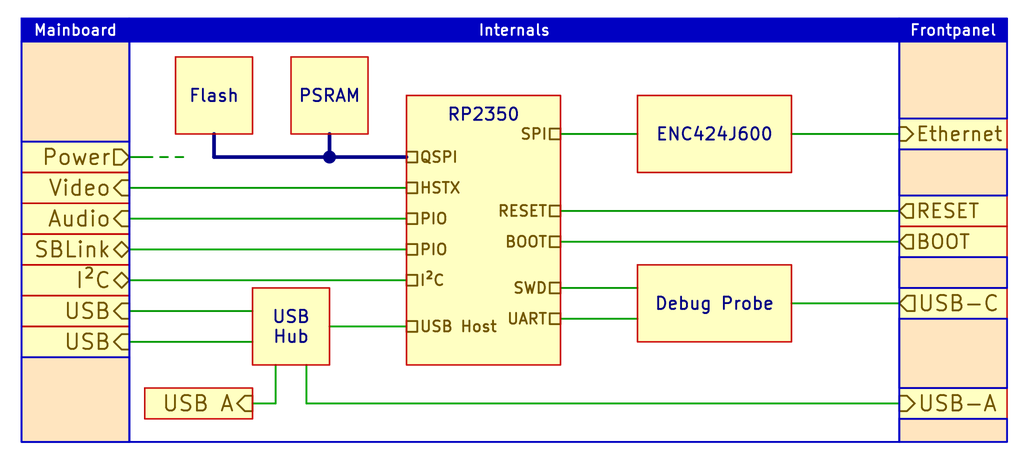
<source format=kicad_sch>
(kicad_sch
	(version 20250114)
	(generator "eeschema")
	(generator_version "9.0")
	(uuid "95f4470f-3861-4106-8d3f-721e556ea4f1")
	(paper "User" 84.455 38.1)
	(lib_symbols)
	(rectangle
		(start 1.778 3.429)
		(end 10.668 11.684)
		(stroke
			(width 0)
			(type solid)
		)
		(fill
			(type color)
			(color 255 229 191 1)
		)
		(uuid 245014bb-2a6e-423b-aeae-b3d4c38a189c)
	)
	(rectangle
		(start 10.668 3.429)
		(end 74.168 36.449)
		(stroke
			(width 0)
			(type default)
		)
		(fill
			(type none)
		)
		(uuid 3526221f-8c42-4fa0-aca4-3779f57cae70)
	)
	(rectangle
		(start 74.168 3.429)
		(end 83.058 9.779)
		(stroke
			(width 0)
			(type solid)
		)
		(fill
			(type color)
			(color 255 229 191 1)
		)
		(uuid 3a05fd8b-19f9-453e-8219-bb76a255cfc4)
	)
	(rectangle
		(start 74.168 26.289)
		(end 83.058 32.004)
		(stroke
			(width 0)
			(type solid)
		)
		(fill
			(type color)
			(color 255 229 191 1)
		)
		(uuid 3af0eef2-217c-4bbe-ad3c-15ed7bc48d44)
	)
	(rectangle
		(start 1.778 29.464)
		(end 10.668 36.449)
		(stroke
			(width 0)
			(type solid)
		)
		(fill
			(type color)
			(color 255 229 191 1)
		)
		(uuid 3b1db022-b6c4-4da3-a862-0358d2c7fcdc)
	)
	(rectangle
		(start 74.168 34.544)
		(end 83.058 36.449)
		(stroke
			(width 0)
			(type solid)
		)
		(fill
			(type color)
			(color 255 229 191 1)
		)
		(uuid 6bf8a77d-d80c-4550-a25d-3c9ab036949c)
	)
	(rectangle
		(start 74.168 21.209)
		(end 83.058 23.749)
		(stroke
			(width 0)
			(type solid)
		)
		(fill
			(type color)
			(color 255 229 191 1)
		)
		(uuid a1ac44ed-d199-49c5-9bdf-6874a05939c5)
	)
	(rectangle
		(start 74.168 12.319)
		(end 83.058 16.129)
		(stroke
			(width 0)
			(type solid)
		)
		(fill
			(type color)
			(color 255 229 191 1)
		)
		(uuid b68e93e7-e828-4e4e-b2bd-29360e704cb1)
	)
	(rectangle
		(start 74.168 1.524)
		(end 74.168 3.429)
		(stroke
			(width 0)
			(type default)
		)
		(fill
			(type none)
		)
		(uuid bf704ce7-f797-4c4c-bc1e-50f4f9e25f9a)
	)
	(rectangle
		(start 10.668 3.429)
		(end 1.778 36.449)
		(stroke
			(width 0)
			(type default)
		)
		(fill
			(type none)
		)
		(uuid eddbce80-a4c6-4f41-bda3-c1becad1e726)
	)
	(text_box "Debug Probe"
		(exclude_from_sim no)
		(at 52.578 21.844 0)
		(size 12.7 6.35)
		(margins 0.9525 0.9525 0.9525 0.9525)
		(stroke
			(width 0.127)
			(type solid)
			(color 194 0 0 1)
		)
		(fill
			(type color)
			(color 255 255 194 1)
		)
		(effects
			(font
				(face "KiCad Font")
				(size 1.016 1.016)
				(color 0 0 132 1)
			)
		)
		(uuid "0089e652-13b0-4f13-8d97-9e3367799535")
	)
	(text_box ""
		(exclude_from_sim no)
		(at 10.668 11.684 0)
		(size -8.89 2.54)
		(margins 0.9525 0.9525 0.9525 0.9525)
		(stroke
			(width 0.127)
			(type solid)
			(color 194 0 0 1)
		)
		(fill
			(type color)
			(color 255 255 194 1)
		)
		(effects
			(font
				(face "KiCad Font")
				(size 1.27 1.27)
				(color 0 0 132 1)
			)
		)
		(uuid "0c28cb8e-a71e-41e2-b3d4-3a42323c6662")
	)
	(text_box "Frontpanel"
		(exclude_from_sim no)
		(at 74.168 1.524 0)
		(size 8.89 1.905)
		(margins 0.9525 0.9525 0.9525 0.9525)
		(stroke
			(width 0)
			(type solid)
			(color 0 0 194 1)
		)
		(fill
			(type color)
			(color 0 0 194 1)
		)
		(effects
			(font
				(size 0.889 0.889)
				(color 255 255 255 1)
			)
		)
		(uuid "0fe3b4dd-92a3-4f23-abbb-d7cc17a388e0")
	)
	(text_box "RP2350"
		(exclude_from_sim no)
		(at 33.528 7.874 0)
		(size 12.7 22.225)
		(margins 0.9525 0.9525 0.9525 0.9525)
		(stroke
			(width 0.127)
			(type solid)
			(color 194 0 0 1)
		)
		(fill
			(type color)
			(color 255 255 194 1)
		)
		(effects
			(font
				(face "KiCad Font")
				(size 1.016 1.016)
				(color 0 0 132 1)
			)
			(justify top)
		)
		(uuid "1347e2cb-b34f-44b6-b8d3-fc5e79eff291")
	)
	(text_box ""
		(exclude_from_sim no)
		(at 10.668 19.304 0)
		(size -8.89 2.54)
		(margins 0.9525 0.9525 0.9525 0.9525)
		(stroke
			(width 0.127)
			(type solid)
			(color 194 0 0 1)
		)
		(fill
			(type color)
			(color 255 255 194 1)
		)
		(effects
			(font
				(face "KiCad Font")
				(size 1.27 1.27)
				(color 0 0 132 1)
			)
		)
		(uuid "1f659964-6dd0-4f79-90a8-85463ef5363f")
	)
	(text_box ""
		(exclude_from_sim no)
		(at 10.668 24.384 0)
		(size -8.89 2.54)
		(margins 0.9525 0.9525 0.9525 0.9525)
		(stroke
			(width 0.127)
			(type solid)
			(color 194 0 0 1)
		)
		(fill
			(type color)
			(color 255 255 194 1)
		)
		(effects
			(font
				(face "KiCad Font")
				(size 1.27 1.27)
				(color 0 0 132 1)
			)
		)
		(uuid "276535e0-03b4-4a22-81e5-70d1c2185db6")
	)
	(text_box ""
		(exclude_from_sim no)
		(at 10.668 16.764 0)
		(size -8.89 2.54)
		(margins 0.9525 0.9525 0.9525 0.9525)
		(stroke
			(width 0.127)
			(type solid)
			(color 194 0 0 1)
		)
		(fill
			(type color)
			(color 255 255 194 1)
		)
		(effects
			(font
				(face "KiCad Font")
				(size 1.27 1.27)
				(color 0 0 132 1)
			)
		)
		(uuid "28496253-153d-4585-9427-896c5732a6a4")
	)
	(text_box "Mainboard"
		(exclude_from_sim no)
		(at 10.668 1.524 0)
		(size -8.89 1.905)
		(margins 0.9525 0.9525 0.9525 0.9525)
		(stroke
			(width 0)
			(type solid)
			(color 0 0 194 1)
		)
		(fill
			(type color)
			(color 0 0 194 1)
		)
		(effects
			(font
				(size 0.889 0.889)
				(color 255 255 255 1)
			)
		)
		(uuid "361a5797-198c-40db-89ff-80ef8d15c608")
	)
	(text_box ""
		(exclude_from_sim no)
		(at 74.168 32.004 0)
		(size 8.89 2.54)
		(margins 0.9525 0.9525 0.9525 0.9525)
		(stroke
			(width 0.127)
			(type solid)
			(color 194 0 0 1)
		)
		(fill
			(type color)
			(color 255 255 194 1)
		)
		(effects
			(font
				(face "KiCad Font")
				(size 1.27 1.27)
				(color 0 0 132 1)
			)
		)
		(uuid "536b40aa-c23f-425f-a90b-bd89d016b62a")
	)
	(text_box "USB Hub"
		(exclude_from_sim no)
		(at 20.828 23.749 0)
		(size 6.35 6.35)
		(margins 0.9525 0.9525 0.9525 0.9525)
		(stroke
			(width 0.127)
			(type solid)
			(color 194 0 0 1)
		)
		(fill
			(type color)
			(color 255 255 194 1)
		)
		(effects
			(font
				(face "KiCad Font")
				(size 1.016 1.016)
				(color 0 0 132 1)
			)
		)
		(uuid "538b5733-56c9-4cde-8b23-a02bbc2a8efb")
	)
	(text_box "Flash"
		(exclude_from_sim no)
		(at 14.478 4.699 0)
		(size 6.35 6.35)
		(margins 0.9525 0.9525 0.9525 0.9525)
		(stroke
			(width 0.127)
			(type solid)
			(color 194 0 0 1)
		)
		(fill
			(type color)
			(color 255 255 194 1)
		)
		(effects
			(font
				(face "KiCad Font")
				(size 1.016 1.016)
				(color 0 0 132 1)
			)
		)
		(uuid "653b6e56-139d-4da5-a2d7-941754e65cff")
	)
	(text_box ""
		(exclude_from_sim no)
		(at 10.668 14.224 0)
		(size -8.89 2.54)
		(margins 0.9525 0.9525 0.9525 0.9525)
		(stroke
			(width 0.127)
			(type solid)
			(color 194 0 0 1)
		)
		(fill
			(type color)
			(color 255 255 194 1)
		)
		(effects
			(font
				(face "KiCad Font")
				(size 1.27 1.27)
				(color 0 0 132 1)
			)
		)
		(uuid "65e31453-452d-40ad-b213-39b9832170ca")
	)
	(text_box ""
		(exclude_from_sim no)
		(at 1.778 26.924 0)
		(size 8.89 2.54)
		(margins 0.9525 0.9525 0.9525 0.9525)
		(stroke
			(width 0.127)
			(type solid)
			(color 194 0 0 1)
		)
		(fill
			(type color)
			(color 255 255 194 1)
		)
		(effects
			(font
				(face "KiCad Font")
				(size 1.27 1.27)
				(color 0 0 132 1)
			)
		)
		(uuid "7147ff39-24e8-4ab8-84f0-bbdca8947a07")
	)
	(text_box "ENC424J600"
		(exclude_from_sim no)
		(at 52.578 7.874 0)
		(size 12.7 6.35)
		(margins 0.9525 0.9525 0.9525 0.9525)
		(stroke
			(width 0.127)
			(type solid)
			(color 194 0 0 1)
		)
		(fill
			(type color)
			(color 255 255 194 1)
		)
		(effects
			(font
				(face "KiCad Font")
				(size 1.016 1.016)
				(color 0 0 132 1)
			)
		)
		(uuid "7e0ffa7f-f530-4cfd-bedc-4b8b7ce262da")
	)
	(text_box ""
		(exclude_from_sim no)
		(at 74.168 23.749 0)
		(size 8.89 2.54)
		(margins 0.9525 0.9525 0.9525 0.9525)
		(stroke
			(width 0.127)
			(type solid)
			(color 194 0 0 1)
		)
		(fill
			(type color)
			(color 255 255 194 1)
		)
		(effects
			(font
				(face "KiCad Font")
				(size 1.27 1.27)
				(color 0 0 132 1)
			)
		)
		(uuid "7e24f33f-53eb-4c8b-86d7-f1dc6222db7b")
	)
	(text_box ""
		(exclude_from_sim no)
		(at 74.168 16.129 0)
		(size 8.89 2.54)
		(margins 0.9525 0.9525 0.9525 0.9525)
		(stroke
			(width 0.127)
			(type solid)
			(color 194 0 0 1)
		)
		(fill
			(type color)
			(color 255 255 194 1)
		)
		(effects
			(font
				(face "KiCad Font")
				(size 1.27 1.27)
				(color 0 0 132 1)
			)
		)
		(uuid "a522b863-0688-4a27-9be7-763b40d3ae34")
	)
	(text_box ""
		(exclude_from_sim no)
		(at 74.168 9.779 0)
		(size 8.89 2.54)
		(margins 0.9525 0.9525 0.9525 0.9525)
		(stroke
			(width 0.127)
			(type solid)
			(color 194 0 0 1)
		)
		(fill
			(type color)
			(color 255 255 194 1)
		)
		(effects
			(font
				(face "KiCad Font")
				(size 1.27 1.27)
				(color 0 0 132 1)
			)
		)
		(uuid "b86fe714-d3c8-4db5-8c2c-f1c7bc557101")
	)
	(text_box ""
		(exclude_from_sim no)
		(at 74.168 18.669 0)
		(size 8.89 2.54)
		(margins 0.9525 0.9525 0.9525 0.9525)
		(stroke
			(width 0.127)
			(type solid)
			(color 194 0 0 1)
		)
		(fill
			(type color)
			(color 255 255 194 1)
		)
		(effects
			(font
				(face "KiCad Font")
				(size 1.27 1.27)
				(color 0 0 132 1)
			)
		)
		(uuid "c6720071-b43e-4f23-81b1-ffe0a1e14752")
	)
	(text_box ""
		(exclude_from_sim no)
		(at 1.778 21.844 0)
		(size 8.89 2.54)
		(margins 0.9525 0.9525 0.9525 0.9525)
		(stroke
			(width 0.127)
			(type solid)
			(color 194 0 0 1)
		)
		(fill
			(type color)
			(color 255 255 194 1)
		)
		(effects
			(font
				(face "KiCad Font")
				(size 1.27 1.27)
				(color 0 0 132 1)
			)
		)
		(uuid "d03c75a3-68c7-48d6-8996-df4588597137")
	)
	(text_box "PSRAM"
		(exclude_from_sim no)
		(at 24.003 4.699 0)
		(size 6.35 6.35)
		(margins 0.9525 0.9525 0.9525 0.9525)
		(stroke
			(width 0.127)
			(type solid)
			(color 194 0 0 1)
		)
		(fill
			(type color)
			(color 255 255 194 1)
		)
		(effects
			(font
				(face "KiCad Font")
				(size 1.016 1.016)
				(color 0 0 132 1)
			)
		)
		(uuid "e5a3b921-6f83-4599-923e-5ae81d778121")
	)
	(text_box ""
		(exclude_from_sim no)
		(at 11.938 32.004 0)
		(size 8.89 2.54)
		(margins 0.9525 0.9525 0.9525 0.9525)
		(stroke
			(width 0.127)
			(type solid)
			(color 194 0 0 1)
		)
		(fill
			(type color)
			(color 255 255 194 1)
		)
		(effects
			(font
				(face "KiCad Font")
				(size 1.27 1.27)
				(color 0 0 132 1)
			)
		)
		(uuid "eeaa438c-915e-43ad-9b83-0597697ff710")
	)
	(text_box "Internals"
		(exclude_from_sim no)
		(at 10.668 1.524 0)
		(size 63.5 1.905)
		(margins 0.9525 0.9525 0.9525 0.9525)
		(stroke
			(width 0)
			(type solid)
			(color 0 0 194 1)
		)
		(fill
			(type color)
			(color 0 0 194 1)
		)
		(effects
			(font
				(size 0.889 0.889)
				(color 255 255 255 1)
			)
		)
		(uuid "f6edd231-962e-4822-936d-25215cda6220")
	)
	(junction
		(at 27.178 12.954)
		(diameter 0)
		(color 0 0 0 0)
		(uuid "62d96ec1-1b2d-42e3-abe7-ad028e6aa5d8")
	)
	(wire
		(pts
			(xy 65.278 11.049) (xy 74.168 11.049)
		)
		(stroke
			(width 0)
			(type default)
		)
		(uuid "00c4c582-0d62-448b-b4ae-48f39ecd25cd")
	)
	(wire
		(pts
			(xy 46.228 19.939) (xy 74.168 19.939)
		)
		(stroke
			(width 0)
			(type default)
		)
		(uuid "0a212fb3-a666-44cb-ad4c-59e5c28e093d")
	)
	(wire
		(pts
			(xy 10.668 12.954) (xy 12.573 12.954)
		)
		(stroke
			(width 0)
			(type default)
		)
		(uuid "1bac52ad-fcd1-494e-aa92-b712ced39cf8")
	)
	(wire
		(pts
			(xy 46.228 17.399) (xy 74.168 17.399)
		)
		(stroke
			(width 0)
			(type default)
		)
		(uuid "2fd0f4ce-a30a-41de-8aa3-02149ec77fb6")
	)
	(wire
		(pts
			(xy 10.668 23.114) (xy 33.528 23.114)
		)
		(stroke
			(width 0)
			(type default)
		)
		(uuid "39f6844a-2e9b-4a2d-aa1f-614dfc25c3d5")
	)
	(wire
		(pts
			(xy 10.668 20.574) (xy 33.528 20.574)
		)
		(stroke
			(width 0)
			(type default)
		)
		(uuid "3a266b11-96cf-4c41-962d-32d45346c9bd")
	)
	(bus
		(pts
			(xy 33.528 12.954) (xy 27.178 12.954)
		)
		(stroke
			(width 0)
			(type default)
		)
		(uuid "44273334-dc92-43cc-893f-2d466ef09677")
	)
	(wire
		(pts
			(xy 13.208 12.954) (xy 13.843 12.954)
		)
		(stroke
			(width 0)
			(type default)
		)
		(uuid "50a21f03-92ec-4ff6-beab-a4bdd41542b5")
	)
	(wire
		(pts
			(xy 22.733 33.274) (xy 20.828 33.274)
		)
		(stroke
			(width 0)
			(type default)
		)
		(uuid "5d6d1796-dc9e-462a-a370-b79d03a6f25d")
	)
	(wire
		(pts
			(xy 25.273 30.099) (xy 25.273 33.274)
		)
		(stroke
			(width 0)
			(type default)
		)
		(uuid "5f847b8e-76cc-4122-8f65-ba2ee0c4b5d7")
	)
	(wire
		(pts
			(xy 10.668 18.034) (xy 33.528 18.034)
		)
		(stroke
			(width 0)
			(type default)
		)
		(uuid "645db49f-92e2-4a7b-9fb6-f87d96e251dd")
	)
	(bus
		(pts
			(xy 27.178 12.954) (xy 17.653 12.954)
		)
		(stroke
			(width 0)
			(type default)
		)
		(uuid "6fd1e48f-ca0b-475f-8e0d-e1551a3b14b1")
	)
	(wire
		(pts
			(xy 22.733 30.099) (xy 22.733 33.274)
		)
		(stroke
			(width 0)
			(type default)
		)
		(uuid "767dc626-53e9-4157-9efd-b1d8c0f4ec60")
	)
	(bus
		(pts
			(xy 27.178 11.049) (xy 27.178 12.954)
		)
		(stroke
			(width 0)
			(type default)
		)
		(uuid "90e4cc37-241b-4a72-a8f0-5c1fc35f60b4")
	)
	(wire
		(pts
			(xy 46.228 11.049) (xy 52.578 11.049)
		)
		(stroke
			(width 0)
			(type default)
		)
		(uuid "96cf8f48-f075-4930-ac46-c77ee526aefe")
	)
	(wire
		(pts
			(xy 46.228 23.749) (xy 52.578 23.749)
		)
		(stroke
			(width 0)
			(type default)
		)
		(uuid "9c8d9dc5-cdc2-4a1b-8334-eb7d46d5a301")
	)
	(wire
		(pts
			(xy 10.668 15.494) (xy 33.528 15.494)
		)
		(stroke
			(width 0)
			(type default)
		)
		(uuid "b88f564d-20d1-4fc1-8c72-a1856e6431a8")
	)
	(wire
		(pts
			(xy 25.273 33.274) (xy 74.168 33.274)
		)
		(stroke
			(width 0)
			(type default)
		)
		(uuid "ce399296-c57a-49c5-bb26-3bc49ef26179")
	)
	(wire
		(pts
			(xy 27.178 26.924) (xy 33.528 26.924)
		)
		(stroke
			(width 0)
			(type default)
		)
		(uuid "ce952e41-ea07-47c5-bad3-f44819eaaa6e")
	)
	(wire
		(pts
			(xy 46.228 26.289) (xy 52.578 26.289)
		)
		(stroke
			(width 0)
			(type default)
		)
		(uuid "d13ba91d-cff0-4d6e-a56a-2953da156bf7")
	)
	(bus
		(pts
			(xy 17.653 11.049) (xy 17.653 12.954)
		)
		(stroke
			(width 0)
			(type default)
		)
		(uuid "d523be79-36ab-46bb-bf13-9f4f00d975af")
	)
	(wire
		(pts
			(xy 14.478 12.954) (xy 15.113 12.954)
		)
		(stroke
			(width 0)
			(type default)
		)
		(uuid "d67c87a6-ee78-48fa-8902-d4a8910cf5ad")
	)
	(wire
		(pts
			(xy 10.668 28.194) (xy 20.828 28.194)
		)
		(stroke
			(width 0)
			(type default)
		)
		(uuid "e1acab7d-2842-44fb-8380-eb2d982d707b")
	)
	(wire
		(pts
			(xy 65.278 25.019) (xy 74.168 25.019)
		)
		(stroke
			(width 0)
			(type default)
		)
		(uuid "e74d0400-5fbd-4fbe-ac7b-fa5e61fabcdb")
	)
	(wire
		(pts
			(xy 10.668 25.654) (xy 20.828 25.654)
		)
		(stroke
			(width 0)
			(type default)
		)
		(uuid "fdda7689-ea06-4e8c-b1a6-fc967db27649")
	)
	(hierarchical_label "UART"
		(shape passive)
		(at 46.228 26.289 180)
		(effects
			(font
				(size 0.889 0.889)
			)
			(justify right)
		)
		(uuid "08399eec-8e4d-49a8-82a0-09b3a3e6a708")
	)
	(hierarchical_label "I²C"
		(shape passive)
		(at 33.528 23.114 0)
		(effects
			(font
				(size 0.889 0.889)
			)
			(justify left)
		)
		(uuid "08f09863-9e45-485b-929b-c98129af01b0")
	)
	(hierarchical_label "USB"
		(shape output)
		(at 10.668 28.194 180)
		(effects
			(font
				(size 1.27 1.27)
			)
			(justify right)
		)
		(uuid "1ada1474-1a63-4cdb-ab34-ac2e50abf102")
	)
	(hierarchical_label "USB-C"
		(shape input)
		(at 74.168 25.019 0)
		(effects
			(font
				(size 1.27 1.27)
			)
			(justify left)
		)
		(uuid "1b1ae838-dcf0-486d-88f9-31d83a6c48ad")
	)
	(hierarchical_label "SBLink"
		(shape bidirectional)
		(at 10.668 20.574 180)
		(effects
			(font
				(size 1.27 1.27)
			)
			(justify right)
		)
		(uuid "1b546388-fc04-4f39-a3c7-73a0dcbc1bf7")
	)
	(hierarchical_label "HSTX"
		(shape passive)
		(at 33.528 15.494 0)
		(effects
			(font
				(size 0.889 0.889)
			)
			(justify left)
		)
		(uuid "1ee7d62f-0ecd-44e9-b6c4-e9f4a97ead11")
	)
	(hierarchical_label "Video"
		(shape output)
		(at 10.668 15.494 180)
		(effects
			(font
				(size 1.27 1.27)
			)
			(justify right)
		)
		(uuid "27f71efc-cc45-4e7c-b77c-8a492f3468ff")
	)
	(hierarchical_label "USB Host"
		(shape passive)
		(at 33.528 26.924 0)
		(effects
			(font
				(size 0.889 0.889)
			)
			(justify left)
		)
		(uuid "35dd45f0-b78d-4f89-b7af-298b66aaa40f")
	)
	(hierarchical_label "RESET"
		(shape input)
		(at 74.168 17.399 0)
		(effects
			(font
				(size 1.143 1.143)
			)
			(justify left)
		)
		(uuid "38df1ed6-5239-421e-a8c4-41d8cfb3d66f")
	)
	(hierarchical_label "SPI"
		(shape passive)
		(at 46.228 11.049 180)
		(effects
			(font
				(size 0.889 0.889)
			)
			(justify right)
		)
		(uuid "437907b7-8182-4ce3-b136-e076b8cad1d6")
	)
	(hierarchical_label "QSPI"
		(shape passive)
		(at 33.528 12.954 0)
		(effects
			(font
				(size 0.889 0.889)
			)
			(justify left)
		)
		(uuid "51196d2e-bf8d-4777-8a9d-85e6fd0252be")
	)
	(hierarchical_label "Power"
		(shape input)
		(at 10.668 12.954 180)
		(effects
			(font
				(size 1.27 1.27)
			)
			(justify right)
		)
		(uuid "5300427a-6f63-4ca1-8dac-24f5fa420e36")
	)
	(hierarchical_label "PIO"
		(shape passive)
		(at 33.528 20.574 0)
		(effects
			(font
				(size 0.889 0.889)
			)
			(justify left)
		)
		(uuid "674ae455-0120-4843-b188-44b04caeec8e")
	)
	(hierarchical_label "RESET"
		(shape passive)
		(at 46.228 17.399 180)
		(effects
			(font
				(size 0.889 0.889)
			)
			(justify right)
		)
		(uuid "6a3e9988-27e7-4f71-9ff3-b17482e06b7c")
	)
	(hierarchical_label "SWD"
		(shape passive)
		(at 46.228 23.749 180)
		(effects
			(font
				(size 0.889 0.889)
			)
			(justify right)
		)
		(uuid "6bef1dcd-6e82-46f0-827d-3d95c3ee0070")
	)
	(hierarchical_label "USB-A"
		(shape output)
		(at 74.168 33.274 0)
		(effects
			(font
				(size 1.27 1.27)
			)
			(justify left)
		)
		(uuid "6e6db4a4-b4db-4ab4-800e-450d8d9d9e2d")
	)
	(hierarchical_label "USB"
		(shape output)
		(at 10.668 25.654 180)
		(effects
			(font
				(size 1.27 1.27)
			)
			(justify right)
		)
		(uuid "7f07e464-9766-4fc4-b6e0-87e9d6e9fd47")
	)
	(hierarchical_label "USB A"
		(shape output)
		(at 20.828 33.274 180)
		(effects
			(font
				(size 1.27 1.27)
			)
			(justify right)
		)
		(uuid "8c0d5e5f-7f32-4a84-b225-a6f371e6ad86")
	)
	(hierarchical_label "Ethernet"
		(shape output)
		(at 74.168 11.049 0)
		(effects
			(font
				(size 1.143 1.143)
			)
			(justify left)
		)
		(uuid "c4c623bf-5ab1-40d3-9908-eea4f8c6ed05")
	)
	(hierarchical_label "BOOT"
		(shape passive)
		(at 46.228 19.939 180)
		(effects
			(font
				(size 0.889 0.889)
			)
			(justify right)
		)
		(uuid "e08e1c02-b1a4-4d8f-9c41-74ff5b89b87c")
	)
	(hierarchical_label "BOOT"
		(shape input)
		(at 74.168 19.939 0)
		(effects
			(font
				(size 1.143 1.143)
			)
			(justify left)
		)
		(uuid "e24c5d5e-9201-4faf-a853-342f4725ed77")
	)
	(hierarchical_label "PIO"
		(shape passive)
		(at 33.528 18.034 0)
		(effects
			(font
				(size 0.889 0.889)
			)
			(justify left)
		)
		(uuid "e2a146ea-36f8-402d-85ed-6d12ef4afb64")
	)
	(hierarchical_label "Audio"
		(shape output)
		(at 10.668 18.034 180)
		(effects
			(font
				(size 1.27 1.27)
			)
			(justify right)
		)
		(uuid "e451fccb-0e38-4ae8-811f-ab3f3a729258")
	)
	(hierarchical_label "I²C"
		(shape tri_state)
		(at 10.668 23.114 180)
		(effects
			(font
				(size 1.27 1.27)
			)
			(justify right)
		)
		(uuid "ec47750a-438a-4726-a7c5-49c0d8a58a10")
	)
)

</source>
